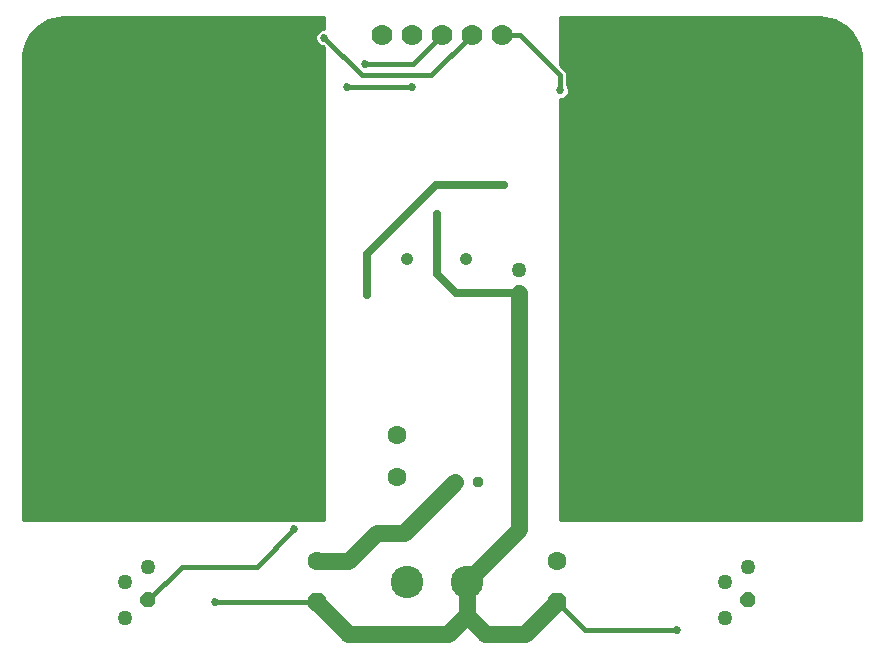
<source format=gbl>
G75*
%MOIN*%
%OFA0B0*%
%FSLAX24Y24*%
%IPPOS*%
%LPD*%
%AMOC8*
5,1,8,0,0,1.08239X$1,22.5*
%
%ADD10OC8,0.0500*%
%ADD11C,0.0500*%
%ADD12OC8,0.0630*%
%ADD13C,0.0630*%
%ADD14C,0.0700*%
%ADD15C,0.1083*%
%ADD16C,0.0376*%
%ADD17C,0.0416*%
%ADD18C,0.0550*%
%ADD19C,0.0270*%
%ADD20C,0.0160*%
%ADD21C,0.0280*%
%ADD22C,0.0100*%
D10*
X004531Y001725D03*
X016900Y011961D03*
X024531Y001725D03*
D11*
X003769Y001125D03*
X003769Y002325D03*
X004531Y002825D03*
X016900Y012748D03*
X024531Y002825D03*
X023769Y002325D03*
X023769Y001125D03*
D12*
X018150Y001666D03*
X010150Y001666D03*
D13*
X010150Y003044D03*
X012838Y005852D03*
X012838Y007230D03*
X018150Y003044D03*
D14*
X016323Y020577D03*
X015323Y020577D03*
X014323Y020577D03*
X013323Y020577D03*
X012323Y020577D03*
D15*
X013150Y002355D03*
X015150Y002355D03*
D16*
X014756Y005667D03*
X015544Y005667D03*
D17*
X015134Y013105D03*
X013166Y013105D03*
D18*
X016900Y011961D02*
X016900Y004105D01*
X015150Y002355D01*
X015150Y001230D01*
X015775Y000605D01*
X017089Y000605D01*
X018150Y001666D01*
X015150Y001230D02*
X014525Y000605D01*
X011211Y000605D01*
X010150Y001666D01*
X010150Y003044D02*
X011214Y003044D01*
X012150Y003980D01*
X013069Y003980D01*
X014756Y005667D01*
D19*
X009400Y004105D03*
X006775Y001666D03*
X011835Y011915D03*
X014150Y014605D03*
X016400Y015576D03*
X018276Y018731D03*
X020650Y020355D03*
X013323Y018855D03*
X011775Y019605D03*
X011150Y018855D03*
X010399Y020479D03*
X008025Y018855D03*
X022150Y000730D03*
D20*
X019086Y000730D01*
X018150Y001666D01*
X010150Y001666D02*
X006775Y001666D01*
X005661Y002855D02*
X004531Y001725D01*
X005661Y002855D02*
X008150Y002855D01*
X009400Y004105D01*
X011150Y018855D02*
X013323Y018855D01*
X013975Y019229D02*
X011649Y019229D01*
X010399Y020479D01*
X011775Y019605D02*
X013351Y019605D01*
X014323Y020577D01*
X015323Y020577D02*
X013975Y019229D01*
X016323Y020577D02*
X016928Y020577D01*
X018275Y019230D01*
X018275Y018732D01*
X018276Y018731D01*
D21*
X016400Y015576D02*
X014121Y015576D01*
X011835Y013290D01*
X011835Y011915D01*
X014150Y012605D02*
X014794Y011961D01*
X016900Y011961D01*
X014150Y012605D02*
X014150Y014605D01*
D22*
X010386Y014584D02*
X000350Y014584D01*
X000350Y014486D02*
X010386Y014486D01*
X010386Y014387D02*
X000350Y014387D01*
X000350Y014289D02*
X010386Y014289D01*
X010386Y014190D02*
X000350Y014190D01*
X000350Y014092D02*
X010386Y014092D01*
X010386Y013993D02*
X000350Y013993D01*
X000350Y013895D02*
X010386Y013895D01*
X010386Y013796D02*
X000350Y013796D01*
X000350Y013698D02*
X010386Y013698D01*
X010386Y013599D02*
X000350Y013599D01*
X000350Y013501D02*
X010386Y013501D01*
X010386Y013402D02*
X000350Y013402D01*
X000350Y013304D02*
X010386Y013304D01*
X010386Y013205D02*
X000350Y013205D01*
X000350Y013107D02*
X010386Y013107D01*
X010386Y013008D02*
X000350Y013008D01*
X000350Y012910D02*
X010386Y012910D01*
X010386Y012811D02*
X000350Y012811D01*
X000350Y012713D02*
X010386Y012713D01*
X010386Y012614D02*
X000350Y012614D01*
X000350Y012516D02*
X010386Y012516D01*
X010386Y012417D02*
X000350Y012417D01*
X000350Y012319D02*
X010386Y012319D01*
X010386Y012220D02*
X000350Y012220D01*
X000350Y012122D02*
X010386Y012122D01*
X010386Y012023D02*
X000350Y012023D01*
X000350Y011925D02*
X010386Y011925D01*
X010386Y011826D02*
X000350Y011826D01*
X000350Y011728D02*
X010386Y011728D01*
X010386Y011629D02*
X000350Y011629D01*
X000350Y011531D02*
X010386Y011531D01*
X010386Y011432D02*
X000350Y011432D01*
X000350Y011334D02*
X010386Y011334D01*
X010386Y011235D02*
X000350Y011235D01*
X000350Y011137D02*
X010386Y011137D01*
X010386Y011038D02*
X000350Y011038D01*
X000350Y010940D02*
X010386Y010940D01*
X010386Y010841D02*
X000350Y010841D01*
X000350Y010743D02*
X010386Y010743D01*
X010386Y010644D02*
X000350Y010644D01*
X000350Y010546D02*
X010386Y010546D01*
X010386Y010447D02*
X000350Y010447D01*
X000350Y010349D02*
X010386Y010349D01*
X010386Y010250D02*
X000350Y010250D01*
X000350Y010152D02*
X010386Y010152D01*
X010386Y010053D02*
X000350Y010053D01*
X000350Y009955D02*
X010386Y009955D01*
X010386Y009856D02*
X000350Y009856D01*
X000350Y009758D02*
X010386Y009758D01*
X010386Y009659D02*
X000350Y009659D01*
X000350Y009561D02*
X010386Y009561D01*
X010386Y009462D02*
X000350Y009462D01*
X000350Y009364D02*
X010386Y009364D01*
X010386Y009265D02*
X000350Y009265D01*
X000350Y009167D02*
X010386Y009167D01*
X010386Y009068D02*
X000350Y009068D01*
X000350Y008970D02*
X010386Y008970D01*
X010386Y008871D02*
X000350Y008871D01*
X000350Y008773D02*
X010386Y008773D01*
X010386Y008674D02*
X000350Y008674D01*
X000350Y008576D02*
X010386Y008576D01*
X010386Y008477D02*
X000350Y008477D01*
X000350Y008379D02*
X010386Y008379D01*
X010386Y008280D02*
X000350Y008280D01*
X000350Y008182D02*
X010386Y008182D01*
X010386Y008083D02*
X000350Y008083D01*
X000350Y007985D02*
X010386Y007985D01*
X010386Y007886D02*
X000350Y007886D01*
X000350Y007788D02*
X010386Y007788D01*
X010386Y007689D02*
X000350Y007689D01*
X000350Y007591D02*
X010386Y007591D01*
X010386Y007492D02*
X000350Y007492D01*
X000350Y007394D02*
X010386Y007394D01*
X010386Y007295D02*
X000350Y007295D01*
X000350Y007197D02*
X010386Y007197D01*
X010386Y007098D02*
X000350Y007098D01*
X000350Y007000D02*
X010386Y007000D01*
X010386Y006901D02*
X000350Y006901D01*
X000350Y006803D02*
X010386Y006803D01*
X010386Y006704D02*
X000350Y006704D01*
X000350Y006606D02*
X010386Y006606D01*
X010386Y006507D02*
X000350Y006507D01*
X000350Y006409D02*
X010386Y006409D01*
X010386Y006310D02*
X000350Y006310D01*
X000350Y006212D02*
X010386Y006212D01*
X010386Y006113D02*
X000350Y006113D01*
X000350Y006015D02*
X010386Y006015D01*
X010386Y005916D02*
X000350Y005916D01*
X000350Y005818D02*
X010386Y005818D01*
X010386Y005719D02*
X000350Y005719D01*
X000350Y005621D02*
X010386Y005621D01*
X010386Y005522D02*
X000350Y005522D01*
X000350Y005424D02*
X010386Y005424D01*
X010386Y005325D02*
X000350Y005325D01*
X000350Y005227D02*
X010386Y005227D01*
X010386Y005128D02*
X000350Y005128D01*
X000350Y005030D02*
X010386Y005030D01*
X010386Y004931D02*
X000350Y004931D01*
X000350Y004833D02*
X010386Y004833D01*
X010386Y004734D02*
X000350Y004734D01*
X000350Y004636D02*
X010386Y004636D01*
X010386Y004537D02*
X000350Y004537D01*
X000350Y004439D02*
X010386Y004439D01*
X010386Y004405D02*
X010386Y020166D01*
X010359Y020194D01*
X010342Y020194D01*
X010238Y020237D01*
X010157Y020317D01*
X010114Y020422D01*
X010114Y020535D01*
X010157Y020640D01*
X010238Y020720D01*
X010342Y020764D01*
X010386Y020764D01*
X010386Y021164D01*
X001725Y021164D01*
X001545Y021153D01*
X001199Y021060D01*
X000888Y020880D01*
X000634Y020627D01*
X000455Y020316D01*
X000362Y019969D01*
X000350Y019790D01*
X000350Y004405D01*
X010386Y004405D01*
X018260Y004405D02*
X018260Y018446D01*
X018333Y018446D01*
X018437Y018489D01*
X018518Y018569D01*
X018561Y018674D01*
X018561Y018787D01*
X018518Y018892D01*
X018505Y018905D01*
X018505Y019325D01*
X018370Y019460D01*
X018260Y019570D01*
X018260Y021164D01*
X026922Y021164D01*
X027101Y021153D01*
X027448Y021060D01*
X027759Y020880D01*
X028012Y020627D01*
X028192Y020316D01*
X028285Y019969D01*
X028296Y019790D01*
X028296Y004405D01*
X018260Y004405D01*
X018260Y004439D02*
X028296Y004439D01*
X028296Y004537D02*
X018260Y004537D01*
X018260Y004636D02*
X028296Y004636D01*
X028296Y004734D02*
X018260Y004734D01*
X018260Y004833D02*
X028296Y004833D01*
X028296Y004931D02*
X018260Y004931D01*
X018260Y005030D02*
X028296Y005030D01*
X028296Y005128D02*
X018260Y005128D01*
X018260Y005227D02*
X028296Y005227D01*
X028296Y005325D02*
X018260Y005325D01*
X018260Y005424D02*
X028296Y005424D01*
X028296Y005522D02*
X018260Y005522D01*
X018260Y005621D02*
X028296Y005621D01*
X028296Y005719D02*
X018260Y005719D01*
X018260Y005818D02*
X028296Y005818D01*
X028296Y005916D02*
X018260Y005916D01*
X018260Y006015D02*
X028296Y006015D01*
X028296Y006113D02*
X018260Y006113D01*
X018260Y006212D02*
X028296Y006212D01*
X028296Y006310D02*
X018260Y006310D01*
X018260Y006409D02*
X028296Y006409D01*
X028296Y006507D02*
X018260Y006507D01*
X018260Y006606D02*
X028296Y006606D01*
X028296Y006704D02*
X018260Y006704D01*
X018260Y006803D02*
X028296Y006803D01*
X028296Y006901D02*
X018260Y006901D01*
X018260Y007000D02*
X028296Y007000D01*
X028296Y007098D02*
X018260Y007098D01*
X018260Y007197D02*
X028296Y007197D01*
X028296Y007295D02*
X018260Y007295D01*
X018260Y007394D02*
X028296Y007394D01*
X028296Y007492D02*
X018260Y007492D01*
X018260Y007591D02*
X028296Y007591D01*
X028296Y007689D02*
X018260Y007689D01*
X018260Y007788D02*
X028296Y007788D01*
X028296Y007886D02*
X018260Y007886D01*
X018260Y007985D02*
X028296Y007985D01*
X028296Y008083D02*
X018260Y008083D01*
X018260Y008182D02*
X028296Y008182D01*
X028296Y008280D02*
X018260Y008280D01*
X018260Y008379D02*
X028296Y008379D01*
X028296Y008477D02*
X018260Y008477D01*
X018260Y008576D02*
X028296Y008576D01*
X028296Y008674D02*
X018260Y008674D01*
X018260Y008773D02*
X028296Y008773D01*
X028296Y008871D02*
X018260Y008871D01*
X018260Y008970D02*
X028296Y008970D01*
X028296Y009068D02*
X018260Y009068D01*
X018260Y009167D02*
X028296Y009167D01*
X028296Y009265D02*
X018260Y009265D01*
X018260Y009364D02*
X028296Y009364D01*
X028296Y009462D02*
X018260Y009462D01*
X018260Y009561D02*
X028296Y009561D01*
X028296Y009659D02*
X018260Y009659D01*
X018260Y009758D02*
X028296Y009758D01*
X028296Y009856D02*
X018260Y009856D01*
X018260Y009955D02*
X028296Y009955D01*
X028296Y010053D02*
X018260Y010053D01*
X018260Y010152D02*
X028296Y010152D01*
X028296Y010250D02*
X018260Y010250D01*
X018260Y010349D02*
X028296Y010349D01*
X028296Y010447D02*
X018260Y010447D01*
X018260Y010546D02*
X028296Y010546D01*
X028296Y010644D02*
X018260Y010644D01*
X018260Y010743D02*
X028296Y010743D01*
X028296Y010841D02*
X018260Y010841D01*
X018260Y010940D02*
X028296Y010940D01*
X028296Y011038D02*
X018260Y011038D01*
X018260Y011137D02*
X028296Y011137D01*
X028296Y011235D02*
X018260Y011235D01*
X018260Y011334D02*
X028296Y011334D01*
X028296Y011432D02*
X018260Y011432D01*
X018260Y011531D02*
X028296Y011531D01*
X028296Y011629D02*
X018260Y011629D01*
X018260Y011728D02*
X028296Y011728D01*
X028296Y011826D02*
X018260Y011826D01*
X018260Y011925D02*
X028296Y011925D01*
X028296Y012023D02*
X018260Y012023D01*
X018260Y012122D02*
X028296Y012122D01*
X028296Y012220D02*
X018260Y012220D01*
X018260Y012319D02*
X028296Y012319D01*
X028296Y012417D02*
X018260Y012417D01*
X018260Y012516D02*
X028296Y012516D01*
X028296Y012614D02*
X018260Y012614D01*
X018260Y012713D02*
X028296Y012713D01*
X028296Y012811D02*
X018260Y012811D01*
X018260Y012910D02*
X028296Y012910D01*
X028296Y013008D02*
X018260Y013008D01*
X018260Y013107D02*
X028296Y013107D01*
X028296Y013205D02*
X018260Y013205D01*
X018260Y013304D02*
X028296Y013304D01*
X028296Y013402D02*
X018260Y013402D01*
X018260Y013501D02*
X028296Y013501D01*
X028296Y013599D02*
X018260Y013599D01*
X018260Y013698D02*
X028296Y013698D01*
X028296Y013796D02*
X018260Y013796D01*
X018260Y013895D02*
X028296Y013895D01*
X028296Y013993D02*
X018260Y013993D01*
X018260Y014092D02*
X028296Y014092D01*
X028296Y014190D02*
X018260Y014190D01*
X018260Y014289D02*
X028296Y014289D01*
X028296Y014387D02*
X018260Y014387D01*
X018260Y014486D02*
X028296Y014486D01*
X028296Y014584D02*
X018260Y014584D01*
X018260Y014683D02*
X028296Y014683D01*
X028296Y014781D02*
X018260Y014781D01*
X018260Y014880D02*
X028296Y014880D01*
X028296Y014978D02*
X018260Y014978D01*
X018260Y015077D02*
X028296Y015077D01*
X028296Y015175D02*
X018260Y015175D01*
X018260Y015274D02*
X028296Y015274D01*
X028296Y015372D02*
X018260Y015372D01*
X018260Y015471D02*
X028296Y015471D01*
X028296Y015569D02*
X018260Y015569D01*
X018260Y015668D02*
X028296Y015668D01*
X028296Y015766D02*
X018260Y015766D01*
X018260Y015865D02*
X028296Y015865D01*
X028296Y015963D02*
X018260Y015963D01*
X018260Y016062D02*
X028296Y016062D01*
X028296Y016160D02*
X018260Y016160D01*
X018260Y016259D02*
X028296Y016259D01*
X028296Y016357D02*
X018260Y016357D01*
X018260Y016456D02*
X028296Y016456D01*
X028296Y016554D02*
X018260Y016554D01*
X018260Y016653D02*
X028296Y016653D01*
X028296Y016751D02*
X018260Y016751D01*
X018260Y016850D02*
X028296Y016850D01*
X028296Y016948D02*
X018260Y016948D01*
X018260Y017047D02*
X028296Y017047D01*
X028296Y017145D02*
X018260Y017145D01*
X018260Y017244D02*
X028296Y017244D01*
X028296Y017342D02*
X018260Y017342D01*
X018260Y017441D02*
X028296Y017441D01*
X028296Y017539D02*
X018260Y017539D01*
X018260Y017638D02*
X028296Y017638D01*
X028296Y017736D02*
X018260Y017736D01*
X018260Y017835D02*
X028296Y017835D01*
X028296Y017933D02*
X018260Y017933D01*
X018260Y018032D02*
X028296Y018032D01*
X028296Y018130D02*
X018260Y018130D01*
X018260Y018229D02*
X028296Y018229D01*
X028296Y018327D02*
X018260Y018327D01*
X018260Y018426D02*
X028296Y018426D01*
X028296Y018524D02*
X018473Y018524D01*
X018540Y018623D02*
X028296Y018623D01*
X028296Y018721D02*
X018561Y018721D01*
X018548Y018820D02*
X028296Y018820D01*
X028296Y018918D02*
X018505Y018918D01*
X018505Y019017D02*
X028296Y019017D01*
X028296Y019115D02*
X018505Y019115D01*
X018505Y019214D02*
X028296Y019214D01*
X028296Y019312D02*
X018505Y019312D01*
X018419Y019411D02*
X028296Y019411D01*
X028296Y019509D02*
X018321Y019509D01*
X018260Y019608D02*
X028296Y019608D01*
X028296Y019706D02*
X018260Y019706D01*
X018260Y019805D02*
X028295Y019805D01*
X028289Y019903D02*
X018260Y019903D01*
X018260Y020002D02*
X028276Y020002D01*
X028250Y020100D02*
X018260Y020100D01*
X018260Y020199D02*
X028223Y020199D01*
X028197Y020297D02*
X018260Y020297D01*
X018260Y020396D02*
X028146Y020396D01*
X028089Y020494D02*
X018260Y020494D01*
X018260Y020593D02*
X028032Y020593D01*
X027948Y020691D02*
X018260Y020691D01*
X018260Y020790D02*
X027849Y020790D01*
X027745Y020888D02*
X018260Y020888D01*
X018260Y020987D02*
X027574Y020987D01*
X027353Y021085D02*
X018260Y021085D01*
X010386Y021085D02*
X001293Y021085D01*
X001072Y020987D02*
X010386Y020987D01*
X010386Y020888D02*
X000901Y020888D01*
X000797Y020790D02*
X010386Y020790D01*
X010209Y020691D02*
X000699Y020691D01*
X000615Y020593D02*
X010138Y020593D01*
X010114Y020494D02*
X000558Y020494D01*
X000501Y020396D02*
X010125Y020396D01*
X010177Y020297D02*
X000450Y020297D01*
X000423Y020199D02*
X010330Y020199D01*
X010386Y020100D02*
X000397Y020100D01*
X000370Y020002D02*
X010386Y020002D01*
X010386Y019903D02*
X000357Y019903D01*
X000351Y019805D02*
X010386Y019805D01*
X010386Y019706D02*
X000350Y019706D01*
X000350Y019608D02*
X010386Y019608D01*
X010386Y019509D02*
X000350Y019509D01*
X000350Y019411D02*
X010386Y019411D01*
X010386Y019312D02*
X000350Y019312D01*
X000350Y019214D02*
X010386Y019214D01*
X010386Y019115D02*
X000350Y019115D01*
X000350Y019017D02*
X010386Y019017D01*
X010386Y018918D02*
X000350Y018918D01*
X000350Y018820D02*
X010386Y018820D01*
X010386Y018721D02*
X000350Y018721D01*
X000350Y018623D02*
X010386Y018623D01*
X010386Y018524D02*
X000350Y018524D01*
X000350Y018426D02*
X010386Y018426D01*
X010386Y018327D02*
X000350Y018327D01*
X000350Y018229D02*
X010386Y018229D01*
X010386Y018130D02*
X000350Y018130D01*
X000350Y018032D02*
X010386Y018032D01*
X010386Y017933D02*
X000350Y017933D01*
X000350Y017835D02*
X010386Y017835D01*
X010386Y017736D02*
X000350Y017736D01*
X000350Y017638D02*
X010386Y017638D01*
X010386Y017539D02*
X000350Y017539D01*
X000350Y017441D02*
X010386Y017441D01*
X010386Y017342D02*
X000350Y017342D01*
X000350Y017244D02*
X010386Y017244D01*
X010386Y017145D02*
X000350Y017145D01*
X000350Y017047D02*
X010386Y017047D01*
X010386Y016948D02*
X000350Y016948D01*
X000350Y016850D02*
X010386Y016850D01*
X010386Y016751D02*
X000350Y016751D01*
X000350Y016653D02*
X010386Y016653D01*
X010386Y016554D02*
X000350Y016554D01*
X000350Y016456D02*
X010386Y016456D01*
X010386Y016357D02*
X000350Y016357D01*
X000350Y016259D02*
X010386Y016259D01*
X010386Y016160D02*
X000350Y016160D01*
X000350Y016062D02*
X010386Y016062D01*
X010386Y015963D02*
X000350Y015963D01*
X000350Y015865D02*
X010386Y015865D01*
X010386Y015766D02*
X000350Y015766D01*
X000350Y015668D02*
X010386Y015668D01*
X010386Y015569D02*
X000350Y015569D01*
X000350Y015471D02*
X010386Y015471D01*
X010386Y015372D02*
X000350Y015372D01*
X000350Y015274D02*
X010386Y015274D01*
X010386Y015175D02*
X000350Y015175D01*
X000350Y015077D02*
X010386Y015077D01*
X010386Y014978D02*
X000350Y014978D01*
X000350Y014880D02*
X010386Y014880D01*
X010386Y014781D02*
X000350Y014781D01*
X000350Y014683D02*
X010386Y014683D01*
M02*

</source>
